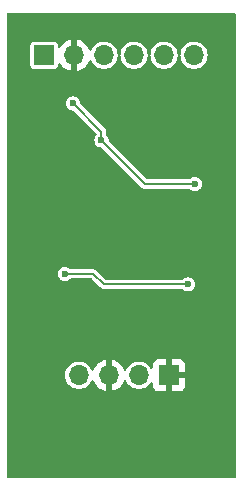
<source format=gbr>
%TF.GenerationSoftware,KiCad,Pcbnew,7.0.10-7.0.10~ubuntu22.04.1*%
%TF.CreationDate,2024-01-27T22:34:07+01:00*%
%TF.ProjectId,pmod_adc12,706d6f64-5f61-4646-9331-322e6b696361,rev?*%
%TF.SameCoordinates,Original*%
%TF.FileFunction,Copper,L2,Bot*%
%TF.FilePolarity,Positive*%
%FSLAX46Y46*%
G04 Gerber Fmt 4.6, Leading zero omitted, Abs format (unit mm)*
G04 Created by KiCad (PCBNEW 7.0.10-7.0.10~ubuntu22.04.1) date 2024-01-27 22:34:07*
%MOMM*%
%LPD*%
G01*
G04 APERTURE LIST*
%TA.AperFunction,ComponentPad*%
%ADD10R,1.700000X1.700000*%
%TD*%
%TA.AperFunction,ComponentPad*%
%ADD11O,1.700000X1.700000*%
%TD*%
%TA.AperFunction,ViaPad*%
%ADD12C,0.600000*%
%TD*%
%TA.AperFunction,Conductor*%
%ADD13C,0.127000*%
%TD*%
%TA.AperFunction,Conductor*%
%ADD14C,0.200000*%
%TD*%
G04 APERTURE END LIST*
D10*
%TO.P,J2,1,Pin_1*%
%TO.N,GND*%
X114000000Y-71000000D03*
D11*
%TO.P,J2,2,Pin_2*%
%TO.N,ADC_IN1*%
X111460000Y-71000000D03*
%TO.P,J2,3,Pin_3*%
%TO.N,GND*%
X108920000Y-71000000D03*
%TO.P,J2,4,Pin_4*%
%TO.N,ADC_IN0*%
X106380000Y-71000000D03*
%TD*%
D10*
%TO.P,J1,1,Pin_1*%
%TO.N,+3V3*%
X103440000Y-43900000D03*
D11*
%TO.P,J1,2,Pin_2*%
%TO.N,GND*%
X105980000Y-43900000D03*
%TO.P,J1,3,Pin_3*%
%TO.N,DIN*%
X108520000Y-43900000D03*
%TO.P,J1,4,Pin_4*%
%TO.N,DOUT*%
X111060000Y-43900000D03*
%TO.P,J1,5,Pin_5*%
%TO.N,SCLK*%
X113600000Y-43900000D03*
%TO.P,J1,6,Pin_6*%
%TO.N,CS*%
X116140000Y-43900000D03*
%TD*%
D12*
%TO.N,GND*%
X105500000Y-57000000D03*
X106600000Y-57000000D03*
X107600000Y-57000000D03*
%TO.N,1v65*%
X105200000Y-62400000D03*
X115600000Y-63300000D03*
%TO.N,+3V3*%
X116200000Y-54800000D03*
%TO.N,GND*%
X116500000Y-53700000D03*
X116800000Y-56800000D03*
X110000000Y-56100000D03*
%TO.N,+3V3*%
X108300000Y-51100000D03*
X105900000Y-47975000D03*
%TD*%
D13*
%TO.N,1v65*%
X115600000Y-63300000D02*
X108500000Y-63300000D01*
X108500000Y-63300000D02*
X107600000Y-62400000D01*
X107600000Y-62400000D02*
X105200000Y-62400000D01*
D14*
%TO.N,+3V3*%
X112000000Y-54800000D02*
X116200000Y-54800000D01*
X108300000Y-51100000D02*
X112000000Y-54800000D01*
X108300000Y-51100000D02*
X108300000Y-50375000D01*
X108300000Y-50375000D02*
X105900000Y-47975000D01*
%TD*%
%TA.AperFunction,Conductor*%
%TO.N,GND*%
G36*
X119642539Y-40320185D02*
G01*
X119688294Y-40372989D01*
X119699500Y-40424500D01*
X119699500Y-79575500D01*
X119679815Y-79642539D01*
X119627011Y-79688294D01*
X119575500Y-79699500D01*
X100424500Y-79699500D01*
X100357461Y-79679815D01*
X100311706Y-79627011D01*
X100300500Y-79575500D01*
X100300500Y-71000000D01*
X105224571Y-71000000D01*
X105244244Y-71212310D01*
X105302596Y-71417392D01*
X105302596Y-71417394D01*
X105397632Y-71608253D01*
X105469385Y-71703268D01*
X105526128Y-71778407D01*
X105683698Y-71922052D01*
X105864981Y-72034298D01*
X106063802Y-72111321D01*
X106273390Y-72150500D01*
X106273392Y-72150500D01*
X106486608Y-72150500D01*
X106486610Y-72150500D01*
X106696198Y-72111321D01*
X106895019Y-72034298D01*
X107076302Y-71922052D01*
X107233872Y-71778407D01*
X107362366Y-71608255D01*
X107429325Y-71473781D01*
X107476825Y-71422548D01*
X107544488Y-71405126D01*
X107610828Y-71427051D01*
X107652705Y-71476651D01*
X107746399Y-71677578D01*
X107881894Y-71871082D01*
X108048917Y-72038105D01*
X108242421Y-72173600D01*
X108456507Y-72273429D01*
X108456516Y-72273433D01*
X108670000Y-72330634D01*
X108670000Y-71435501D01*
X108777685Y-71484680D01*
X108884237Y-71500000D01*
X108955763Y-71500000D01*
X109062315Y-71484680D01*
X109170000Y-71435501D01*
X109170000Y-72330633D01*
X109383483Y-72273433D01*
X109383492Y-72273429D01*
X109597578Y-72173600D01*
X109791082Y-72038105D01*
X109958105Y-71871082D01*
X110093600Y-71677578D01*
X110187294Y-71476651D01*
X110233466Y-71424212D01*
X110300660Y-71405060D01*
X110367541Y-71425276D01*
X110410676Y-71473785D01*
X110477632Y-71608253D01*
X110549385Y-71703268D01*
X110606128Y-71778407D01*
X110763698Y-71922052D01*
X110944981Y-72034298D01*
X111143802Y-72111321D01*
X111353390Y-72150500D01*
X111353392Y-72150500D01*
X111566608Y-72150500D01*
X111566610Y-72150500D01*
X111776198Y-72111321D01*
X111975019Y-72034298D01*
X112156302Y-71922052D01*
X112313872Y-71778407D01*
X112427047Y-71628540D01*
X112483155Y-71586905D01*
X112552867Y-71582214D01*
X112614049Y-71615956D01*
X112647276Y-71677419D01*
X112650000Y-71703268D01*
X112650000Y-71897844D01*
X112656401Y-71957372D01*
X112656403Y-71957379D01*
X112706645Y-72092086D01*
X112706649Y-72092093D01*
X112792809Y-72207187D01*
X112792812Y-72207190D01*
X112907906Y-72293350D01*
X112907913Y-72293354D01*
X113042620Y-72343596D01*
X113042627Y-72343598D01*
X113102155Y-72349999D01*
X113102172Y-72350000D01*
X113750000Y-72350000D01*
X113750000Y-71435501D01*
X113857685Y-71484680D01*
X113964237Y-71500000D01*
X114035763Y-71500000D01*
X114142315Y-71484680D01*
X114250000Y-71435501D01*
X114250000Y-72350000D01*
X114897828Y-72350000D01*
X114897844Y-72349999D01*
X114957372Y-72343598D01*
X114957379Y-72343596D01*
X115092086Y-72293354D01*
X115092093Y-72293350D01*
X115207187Y-72207190D01*
X115207190Y-72207187D01*
X115293350Y-72092093D01*
X115293354Y-72092086D01*
X115343596Y-71957379D01*
X115343598Y-71957372D01*
X115349999Y-71897844D01*
X115350000Y-71897827D01*
X115350000Y-71250000D01*
X114433686Y-71250000D01*
X114459493Y-71209844D01*
X114500000Y-71071889D01*
X114500000Y-70928111D01*
X114459493Y-70790156D01*
X114433686Y-70750000D01*
X115350000Y-70750000D01*
X115350000Y-70102172D01*
X115349999Y-70102155D01*
X115343598Y-70042627D01*
X115343596Y-70042620D01*
X115293354Y-69907913D01*
X115293350Y-69907906D01*
X115207190Y-69792812D01*
X115207187Y-69792809D01*
X115092093Y-69706649D01*
X115092086Y-69706645D01*
X114957379Y-69656403D01*
X114957372Y-69656401D01*
X114897844Y-69650000D01*
X114250000Y-69650000D01*
X114250000Y-70564498D01*
X114142315Y-70515320D01*
X114035763Y-70500000D01*
X113964237Y-70500000D01*
X113857685Y-70515320D01*
X113750000Y-70564498D01*
X113750000Y-69650000D01*
X113102155Y-69650000D01*
X113042627Y-69656401D01*
X113042620Y-69656403D01*
X112907913Y-69706645D01*
X112907906Y-69706649D01*
X112792812Y-69792809D01*
X112792809Y-69792812D01*
X112706649Y-69907906D01*
X112706645Y-69907913D01*
X112656403Y-70042620D01*
X112656401Y-70042627D01*
X112650000Y-70102155D01*
X112650000Y-70296731D01*
X112630315Y-70363770D01*
X112577511Y-70409525D01*
X112508353Y-70419469D01*
X112444797Y-70390444D01*
X112427046Y-70371458D01*
X112313872Y-70221593D01*
X112156302Y-70077948D01*
X111975019Y-69965702D01*
X111975017Y-69965701D01*
X111825829Y-69907906D01*
X111776198Y-69888679D01*
X111566610Y-69849500D01*
X111353390Y-69849500D01*
X111143802Y-69888679D01*
X111143799Y-69888679D01*
X111143799Y-69888680D01*
X110944982Y-69965701D01*
X110944980Y-69965702D01*
X110763699Y-70077947D01*
X110606127Y-70221593D01*
X110477634Y-70391744D01*
X110410676Y-70526215D01*
X110363173Y-70577452D01*
X110295510Y-70594873D01*
X110229170Y-70572947D01*
X110187294Y-70523348D01*
X110093600Y-70322422D01*
X110093599Y-70322420D01*
X109958113Y-70128926D01*
X109958108Y-70128920D01*
X109791082Y-69961894D01*
X109597578Y-69826399D01*
X109383492Y-69726570D01*
X109383486Y-69726567D01*
X109170000Y-69669364D01*
X109170000Y-70564498D01*
X109062315Y-70515320D01*
X108955763Y-70500000D01*
X108884237Y-70500000D01*
X108777685Y-70515320D01*
X108670000Y-70564498D01*
X108670000Y-69669364D01*
X108669999Y-69669364D01*
X108456513Y-69726567D01*
X108456507Y-69726570D01*
X108242422Y-69826399D01*
X108242420Y-69826400D01*
X108048926Y-69961886D01*
X108048920Y-69961891D01*
X107881891Y-70128920D01*
X107881886Y-70128926D01*
X107746400Y-70322420D01*
X107746399Y-70322422D01*
X107652705Y-70523348D01*
X107606532Y-70575787D01*
X107539339Y-70594939D01*
X107472457Y-70574723D01*
X107429323Y-70526215D01*
X107362366Y-70391745D01*
X107233872Y-70221593D01*
X107076302Y-70077948D01*
X106895019Y-69965702D01*
X106895017Y-69965701D01*
X106745829Y-69907906D01*
X106696198Y-69888679D01*
X106486610Y-69849500D01*
X106273390Y-69849500D01*
X106063802Y-69888679D01*
X106063799Y-69888679D01*
X106063799Y-69888680D01*
X105864982Y-69965701D01*
X105864980Y-69965702D01*
X105683699Y-70077947D01*
X105526127Y-70221593D01*
X105397632Y-70391746D01*
X105302596Y-70582605D01*
X105302596Y-70582607D01*
X105244244Y-70787689D01*
X105224571Y-70999999D01*
X105224571Y-71000000D01*
X100300500Y-71000000D01*
X100300500Y-62400001D01*
X104594318Y-62400001D01*
X104614955Y-62556760D01*
X104614956Y-62556762D01*
X104671933Y-62694318D01*
X104675464Y-62702841D01*
X104771718Y-62828282D01*
X104897159Y-62924536D01*
X105043238Y-62985044D01*
X105121619Y-62995363D01*
X105199999Y-63005682D01*
X105200000Y-63005682D01*
X105200001Y-63005682D01*
X105264739Y-62997159D01*
X105356762Y-62985044D01*
X105502841Y-62924536D01*
X105628282Y-62828282D01*
X105640383Y-62812511D01*
X105696809Y-62771311D01*
X105738757Y-62764000D01*
X107397865Y-62764000D01*
X107464904Y-62783685D01*
X107485546Y-62800319D01*
X108206824Y-63521597D01*
X108222949Y-63541453D01*
X108228491Y-63549935D01*
X108228494Y-63549939D01*
X108252527Y-63568644D01*
X108263639Y-63578459D01*
X108263945Y-63578717D01*
X108280283Y-63590384D01*
X108284384Y-63593442D01*
X108324358Y-63624554D01*
X108331066Y-63628184D01*
X108337922Y-63631536D01*
X108386486Y-63645994D01*
X108391302Y-63647536D01*
X108439259Y-63664000D01*
X108439264Y-63664000D01*
X108446798Y-63665257D01*
X108454352Y-63666198D01*
X108454353Y-63666199D01*
X108454353Y-63666198D01*
X108454354Y-63666199D01*
X108478967Y-63665180D01*
X108504960Y-63664105D01*
X108510083Y-63664000D01*
X115061243Y-63664000D01*
X115128282Y-63683685D01*
X115159615Y-63712510D01*
X115171718Y-63728282D01*
X115297159Y-63824536D01*
X115443238Y-63885044D01*
X115521619Y-63895363D01*
X115599999Y-63905682D01*
X115600000Y-63905682D01*
X115600001Y-63905682D01*
X115652254Y-63898802D01*
X115756762Y-63885044D01*
X115902841Y-63824536D01*
X116028282Y-63728282D01*
X116124536Y-63602841D01*
X116185044Y-63456762D01*
X116205682Y-63300000D01*
X116185044Y-63143238D01*
X116124536Y-62997159D01*
X116028282Y-62871718D01*
X115902841Y-62775464D01*
X115756762Y-62714956D01*
X115756760Y-62714955D01*
X115600001Y-62694318D01*
X115599999Y-62694318D01*
X115443239Y-62714955D01*
X115443237Y-62714956D01*
X115297160Y-62775463D01*
X115228326Y-62828281D01*
X115171718Y-62871718D01*
X115159616Y-62887488D01*
X115103191Y-62928689D01*
X115061243Y-62936000D01*
X108702136Y-62936000D01*
X108635097Y-62916315D01*
X108614455Y-62899681D01*
X107893172Y-62178398D01*
X107877044Y-62158537D01*
X107871508Y-62150064D01*
X107871504Y-62150059D01*
X107847481Y-62131361D01*
X107836372Y-62121550D01*
X107836060Y-62121286D01*
X107819715Y-62109615D01*
X107815611Y-62106555D01*
X107775641Y-62075445D01*
X107768904Y-62071800D01*
X107762080Y-62068464D01*
X107713522Y-62054007D01*
X107708666Y-62052452D01*
X107678534Y-62042108D01*
X107660739Y-62035999D01*
X107653218Y-62034744D01*
X107645645Y-62033800D01*
X107597003Y-62035812D01*
X107595039Y-62035894D01*
X107589917Y-62036000D01*
X105738757Y-62036000D01*
X105671718Y-62016315D01*
X105640384Y-61987489D01*
X105628282Y-61971718D01*
X105502841Y-61875464D01*
X105356762Y-61814956D01*
X105356760Y-61814955D01*
X105200001Y-61794318D01*
X105199999Y-61794318D01*
X105043239Y-61814955D01*
X105043237Y-61814956D01*
X104897160Y-61875463D01*
X104771718Y-61971718D01*
X104675463Y-62097160D01*
X104614956Y-62243237D01*
X104614955Y-62243239D01*
X104594318Y-62399998D01*
X104594318Y-62400001D01*
X100300500Y-62400001D01*
X100300500Y-47975001D01*
X105294318Y-47975001D01*
X105314955Y-48131760D01*
X105314956Y-48131762D01*
X105375464Y-48277841D01*
X105471718Y-48403282D01*
X105597159Y-48499536D01*
X105743238Y-48560044D01*
X105900000Y-48580682D01*
X105900001Y-48580681D01*
X105903513Y-48581144D01*
X105967410Y-48609410D01*
X105975009Y-48616402D01*
X107863181Y-50504574D01*
X107896666Y-50565897D01*
X107899500Y-50592255D01*
X107899500Y-50593419D01*
X107879815Y-50660458D01*
X107873876Y-50668905D01*
X107775464Y-50797157D01*
X107714956Y-50943237D01*
X107714955Y-50943239D01*
X107694318Y-51099998D01*
X107694318Y-51100001D01*
X107714955Y-51256760D01*
X107714956Y-51256762D01*
X107775464Y-51402841D01*
X107871718Y-51528282D01*
X107997159Y-51624536D01*
X108143238Y-51685044D01*
X108300000Y-51705682D01*
X108300001Y-51705681D01*
X108303513Y-51706144D01*
X108367410Y-51734410D01*
X108375009Y-51741402D01*
X111671950Y-55038342D01*
X111761658Y-55128050D01*
X111781395Y-55138106D01*
X111797981Y-55148269D01*
X111815910Y-55161296D01*
X111815912Y-55161296D01*
X111815913Y-55161297D01*
X111836974Y-55168140D01*
X111854953Y-55175586D01*
X111874696Y-55185646D01*
X111896585Y-55189112D01*
X111915501Y-55193653D01*
X111936567Y-55200499D01*
X111963346Y-55200499D01*
X111963370Y-55200500D01*
X111968481Y-55200500D01*
X115693420Y-55200500D01*
X115760459Y-55220185D01*
X115768907Y-55226124D01*
X115771716Y-55228279D01*
X115771718Y-55228282D01*
X115897159Y-55324536D01*
X116043238Y-55385044D01*
X116121619Y-55395363D01*
X116199999Y-55405682D01*
X116200000Y-55405682D01*
X116200001Y-55405682D01*
X116252254Y-55398802D01*
X116356762Y-55385044D01*
X116502841Y-55324536D01*
X116628282Y-55228282D01*
X116724536Y-55102841D01*
X116785044Y-54956762D01*
X116805682Y-54800000D01*
X116785044Y-54643238D01*
X116724536Y-54497159D01*
X116628282Y-54371718D01*
X116502841Y-54275464D01*
X116356762Y-54214956D01*
X116356760Y-54214955D01*
X116200001Y-54194318D01*
X116199999Y-54194318D01*
X116043239Y-54214955D01*
X116043237Y-54214956D01*
X115897160Y-54275463D01*
X115897159Y-54275464D01*
X115771718Y-54371718D01*
X115771716Y-54371720D01*
X115768907Y-54373876D01*
X115703737Y-54399070D01*
X115693420Y-54399500D01*
X112217254Y-54399500D01*
X112150215Y-54379815D01*
X112129573Y-54363181D01*
X108941402Y-51175009D01*
X108907917Y-51113686D01*
X108906144Y-51103513D01*
X108905681Y-51099998D01*
X108885044Y-50943238D01*
X108824536Y-50797159D01*
X108824535Y-50797158D01*
X108824535Y-50797157D01*
X108726124Y-50668905D01*
X108700930Y-50603736D01*
X108700500Y-50593419D01*
X108700500Y-50311569D01*
X108700499Y-50311565D01*
X108693651Y-50290489D01*
X108689112Y-50271582D01*
X108685646Y-50249696D01*
X108675586Y-50229953D01*
X108668144Y-50211985D01*
X108661297Y-50190911D01*
X108648266Y-50172976D01*
X108638103Y-50156389D01*
X108628050Y-50136658D01*
X108609824Y-50118432D01*
X108609804Y-50118410D01*
X106541402Y-48050009D01*
X106507917Y-47988686D01*
X106506144Y-47978513D01*
X106505681Y-47974998D01*
X106485044Y-47818238D01*
X106424536Y-47672159D01*
X106328282Y-47546718D01*
X106202841Y-47450464D01*
X106056762Y-47389956D01*
X106056760Y-47389955D01*
X105900001Y-47369318D01*
X105899999Y-47369318D01*
X105743239Y-47389955D01*
X105743237Y-47389956D01*
X105597160Y-47450463D01*
X105471718Y-47546718D01*
X105375463Y-47672160D01*
X105314956Y-47818237D01*
X105314955Y-47818239D01*
X105294318Y-47974998D01*
X105294318Y-47975001D01*
X100300500Y-47975001D01*
X100300500Y-44794856D01*
X102289500Y-44794856D01*
X102289502Y-44794882D01*
X102292413Y-44819987D01*
X102292415Y-44819991D01*
X102337793Y-44922764D01*
X102337794Y-44922765D01*
X102417235Y-45002206D01*
X102520009Y-45047585D01*
X102545135Y-45050500D01*
X104334864Y-45050499D01*
X104334879Y-45050497D01*
X104334882Y-45050497D01*
X104359987Y-45047586D01*
X104359988Y-45047585D01*
X104359991Y-45047585D01*
X104462765Y-45002206D01*
X104542206Y-44922765D01*
X104587585Y-44819991D01*
X104590500Y-44794865D01*
X104590499Y-44662516D01*
X104610183Y-44595480D01*
X104662987Y-44549725D01*
X104732145Y-44539781D01*
X104795701Y-44568805D01*
X104816073Y-44591395D01*
X104941890Y-44771078D01*
X105108917Y-44938105D01*
X105302421Y-45073600D01*
X105516507Y-45173429D01*
X105516516Y-45173433D01*
X105730000Y-45230634D01*
X105730000Y-44335501D01*
X105837685Y-44384680D01*
X105944237Y-44400000D01*
X106015763Y-44400000D01*
X106122315Y-44384680D01*
X106230000Y-44335501D01*
X106230000Y-45230633D01*
X106443483Y-45173433D01*
X106443492Y-45173429D01*
X106657578Y-45073600D01*
X106851082Y-44938105D01*
X107018105Y-44771082D01*
X107153600Y-44577578D01*
X107247294Y-44376651D01*
X107293466Y-44324212D01*
X107360660Y-44305060D01*
X107427541Y-44325276D01*
X107470676Y-44373785D01*
X107537632Y-44508253D01*
X107666127Y-44678406D01*
X107666128Y-44678407D01*
X107823698Y-44822052D01*
X108004981Y-44934298D01*
X108203802Y-45011321D01*
X108413390Y-45050500D01*
X108413392Y-45050500D01*
X108626608Y-45050500D01*
X108626610Y-45050500D01*
X108836198Y-45011321D01*
X109035019Y-44934298D01*
X109216302Y-44822052D01*
X109373872Y-44678407D01*
X109502366Y-44508255D01*
X109556270Y-44400000D01*
X109597403Y-44317394D01*
X109597403Y-44317393D01*
X109597405Y-44317389D01*
X109655756Y-44112310D01*
X109666529Y-43996047D01*
X109692315Y-43931111D01*
X109734622Y-43900804D01*
X109843130Y-43900804D01*
X109879503Y-43921668D01*
X109911693Y-43983681D01*
X109913471Y-43996048D01*
X109924244Y-44112310D01*
X109982596Y-44317392D01*
X109982596Y-44317394D01*
X110077632Y-44508253D01*
X110206127Y-44678406D01*
X110206128Y-44678407D01*
X110363698Y-44822052D01*
X110544981Y-44934298D01*
X110743802Y-45011321D01*
X110953390Y-45050500D01*
X110953392Y-45050500D01*
X111166608Y-45050500D01*
X111166610Y-45050500D01*
X111376198Y-45011321D01*
X111575019Y-44934298D01*
X111756302Y-44822052D01*
X111913872Y-44678407D01*
X112042366Y-44508255D01*
X112096270Y-44400000D01*
X112137403Y-44317394D01*
X112137403Y-44317393D01*
X112137405Y-44317389D01*
X112195756Y-44112310D01*
X112206529Y-43996047D01*
X112232315Y-43931111D01*
X112274622Y-43900804D01*
X112383130Y-43900804D01*
X112419503Y-43921668D01*
X112451693Y-43983681D01*
X112453471Y-43996048D01*
X112464244Y-44112310D01*
X112522596Y-44317392D01*
X112522596Y-44317394D01*
X112617632Y-44508253D01*
X112746127Y-44678406D01*
X112746128Y-44678407D01*
X112903698Y-44822052D01*
X113084981Y-44934298D01*
X113283802Y-45011321D01*
X113493390Y-45050500D01*
X113493392Y-45050500D01*
X113706608Y-45050500D01*
X113706610Y-45050500D01*
X113916198Y-45011321D01*
X114115019Y-44934298D01*
X114296302Y-44822052D01*
X114453872Y-44678407D01*
X114582366Y-44508255D01*
X114636270Y-44400000D01*
X114677403Y-44317394D01*
X114677403Y-44317393D01*
X114677405Y-44317389D01*
X114735756Y-44112310D01*
X114746529Y-43996047D01*
X114772315Y-43931111D01*
X114814622Y-43900804D01*
X114923130Y-43900804D01*
X114959503Y-43921668D01*
X114991693Y-43983681D01*
X114993471Y-43996048D01*
X115004244Y-44112310D01*
X115062596Y-44317392D01*
X115062596Y-44317394D01*
X115157632Y-44508253D01*
X115286127Y-44678406D01*
X115286128Y-44678407D01*
X115443698Y-44822052D01*
X115624981Y-44934298D01*
X115823802Y-45011321D01*
X116033390Y-45050500D01*
X116033392Y-45050500D01*
X116246608Y-45050500D01*
X116246610Y-45050500D01*
X116456198Y-45011321D01*
X116655019Y-44934298D01*
X116836302Y-44822052D01*
X116993872Y-44678407D01*
X117122366Y-44508255D01*
X117176270Y-44400000D01*
X117217403Y-44317394D01*
X117217403Y-44317393D01*
X117217405Y-44317389D01*
X117275756Y-44112310D01*
X117295429Y-43900000D01*
X117275756Y-43687690D01*
X117217405Y-43482611D01*
X117217403Y-43482606D01*
X117217403Y-43482605D01*
X117122367Y-43291746D01*
X116993872Y-43121593D01*
X116836302Y-42977948D01*
X116655019Y-42865702D01*
X116655017Y-42865701D01*
X116555608Y-42827190D01*
X116456198Y-42788679D01*
X116246610Y-42749500D01*
X116033390Y-42749500D01*
X115823802Y-42788679D01*
X115823799Y-42788679D01*
X115823799Y-42788680D01*
X115624982Y-42865701D01*
X115624980Y-42865702D01*
X115443699Y-42977947D01*
X115286127Y-43121593D01*
X115157632Y-43291746D01*
X115062596Y-43482605D01*
X115062596Y-43482607D01*
X115004244Y-43687689D01*
X114993471Y-43803951D01*
X114967685Y-43868888D01*
X114923130Y-43900804D01*
X114814622Y-43900804D01*
X114816869Y-43899194D01*
X114780497Y-43878331D01*
X114748307Y-43816318D01*
X114746529Y-43803951D01*
X114745849Y-43796613D01*
X114735756Y-43687690D01*
X114677405Y-43482611D01*
X114677403Y-43482606D01*
X114677403Y-43482605D01*
X114582367Y-43291746D01*
X114453872Y-43121593D01*
X114296302Y-42977948D01*
X114115019Y-42865702D01*
X114115017Y-42865701D01*
X114015608Y-42827190D01*
X113916198Y-42788679D01*
X113706610Y-42749500D01*
X113493390Y-42749500D01*
X113283802Y-42788679D01*
X113283799Y-42788679D01*
X113283799Y-42788680D01*
X113084982Y-42865701D01*
X113084980Y-42865702D01*
X112903699Y-42977947D01*
X112746127Y-43121593D01*
X112617632Y-43291746D01*
X112522596Y-43482605D01*
X112522596Y-43482607D01*
X112464244Y-43687689D01*
X112453471Y-43803951D01*
X112427685Y-43868888D01*
X112383130Y-43900804D01*
X112274622Y-43900804D01*
X112276869Y-43899194D01*
X112240497Y-43878331D01*
X112208307Y-43816318D01*
X112206529Y-43803951D01*
X112205849Y-43796613D01*
X112195756Y-43687690D01*
X112137405Y-43482611D01*
X112137403Y-43482606D01*
X112137403Y-43482605D01*
X112042367Y-43291746D01*
X111913872Y-43121593D01*
X111756302Y-42977948D01*
X111575019Y-42865702D01*
X111575017Y-42865701D01*
X111475608Y-42827190D01*
X111376198Y-42788679D01*
X111166610Y-42749500D01*
X110953390Y-42749500D01*
X110743802Y-42788679D01*
X110743799Y-42788679D01*
X110743799Y-42788680D01*
X110544982Y-42865701D01*
X110544980Y-42865702D01*
X110363699Y-42977947D01*
X110206127Y-43121593D01*
X110077632Y-43291746D01*
X109982596Y-43482605D01*
X109982596Y-43482607D01*
X109924244Y-43687689D01*
X109913471Y-43803951D01*
X109887685Y-43868888D01*
X109843130Y-43900804D01*
X109734622Y-43900804D01*
X109736869Y-43899194D01*
X109700497Y-43878331D01*
X109668307Y-43816318D01*
X109666529Y-43803951D01*
X109665849Y-43796613D01*
X109655756Y-43687690D01*
X109597405Y-43482611D01*
X109597403Y-43482606D01*
X109597403Y-43482605D01*
X109502367Y-43291746D01*
X109373872Y-43121593D01*
X109216302Y-42977948D01*
X109035019Y-42865702D01*
X109035017Y-42865701D01*
X108935608Y-42827190D01*
X108836198Y-42788679D01*
X108626610Y-42749500D01*
X108413390Y-42749500D01*
X108203802Y-42788679D01*
X108203799Y-42788679D01*
X108203799Y-42788680D01*
X108004982Y-42865701D01*
X108004980Y-42865702D01*
X107823699Y-42977947D01*
X107666127Y-43121593D01*
X107537634Y-43291744D01*
X107470676Y-43426215D01*
X107423173Y-43477452D01*
X107355510Y-43494873D01*
X107289170Y-43472947D01*
X107247294Y-43423348D01*
X107153600Y-43222422D01*
X107153599Y-43222420D01*
X107018113Y-43028926D01*
X107018108Y-43028920D01*
X106851082Y-42861894D01*
X106657578Y-42726399D01*
X106443492Y-42626570D01*
X106443486Y-42626567D01*
X106230000Y-42569364D01*
X106230000Y-43464498D01*
X106122315Y-43415320D01*
X106015763Y-43400000D01*
X105944237Y-43400000D01*
X105837685Y-43415320D01*
X105730000Y-43464498D01*
X105730000Y-42569364D01*
X105729999Y-42569364D01*
X105516513Y-42626567D01*
X105516507Y-42626570D01*
X105302422Y-42726399D01*
X105302420Y-42726400D01*
X105108926Y-42861886D01*
X105108920Y-42861891D01*
X104941891Y-43028920D01*
X104941890Y-43028922D01*
X104816074Y-43208606D01*
X104761497Y-43252230D01*
X104691998Y-43259423D01*
X104629644Y-43227901D01*
X104594230Y-43167671D01*
X104590499Y-43137482D01*
X104590499Y-43005143D01*
X104590499Y-43005136D01*
X104590497Y-43005117D01*
X104587586Y-42980012D01*
X104587585Y-42980010D01*
X104587585Y-42980009D01*
X104542206Y-42877235D01*
X104462765Y-42797794D01*
X104442124Y-42788680D01*
X104359992Y-42752415D01*
X104334865Y-42749500D01*
X102545143Y-42749500D01*
X102545117Y-42749502D01*
X102520012Y-42752413D01*
X102520008Y-42752415D01*
X102417235Y-42797793D01*
X102337794Y-42877234D01*
X102292415Y-42980006D01*
X102292415Y-42980008D01*
X102289500Y-43005131D01*
X102289500Y-44794856D01*
X100300500Y-44794856D01*
X100300500Y-40424500D01*
X100320185Y-40357461D01*
X100372989Y-40311706D01*
X100424500Y-40300500D01*
X119575500Y-40300500D01*
X119642539Y-40320185D01*
G37*
%TD.AperFunction*%
%TD*%
M02*

</source>
